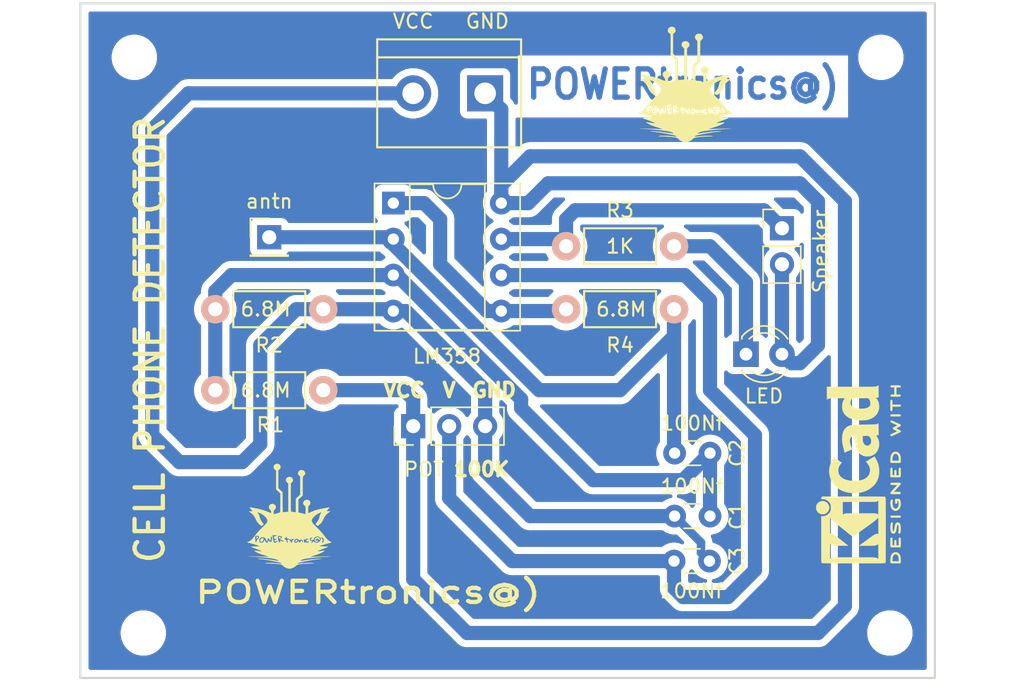
<source format=kicad_pcb>
(kicad_pcb (version 20171130) (host pcbnew "(5.1.6)-1")
  (layers (0 F.Cu signal) (31 B.Cu signal) (34 B.Paste user) (35 F.Paste user) (36 B.SilkS user) (37 F.SilkS user) (38 B.Mask user) (39 F.Mask user) (44 Edge.Cuts user))
  (net 0 "")
  (net 1 "Net-(C1-Pad1)")
  (net 2 "Net-(C1-Pad2)")
  (net 3 "Net-(C2-Pad2)")
  (net 4 "Net-(C3-Pad1)")
  (net 5 "Net-(D1-Pad1)")
  (net 6 "Net-(D1-Pad2)")
  (net 7 "Net-(LS1-Pad1)")
  (net 8 "Net-(R3-Pad1)")
  (module Symbol:KiCad-Logo2_6mm_SilkScreen (layer F.Cu) (at 195.25 120.25 90)
    (fp_text reference REF** hide)
    (fp_text value KiCad-Logo2_6mm_SilkScreen hide)
  )
  (module MountingHole:MountingHole_2.2mm_M2 (layer F.Cu) (at 196.85 90.805)
    (fp_text reference REF**)
    (fp_text value MountingHole_2.2mm_M2)
    (pad "" np_thru_hole circle (at 0 0) (size 2.2 2.2) (drill 2.2) (layers *.Cu F.Mask))
  )
  (module LOGI:L2 (layer F.Cu) (at 154.94 123.19)
    (fp_text reference G*** hide)
    (fp_text value LOGO hide)
  )
  (module LOGI:L3 (layer F.Cu) (at 182.88 92.71)
    (fp_text reference G*** hide)
    (fp_text value LOGO hide)
  )
  (module MountingHole:MountingHole_2.2mm_M2 (layer F.Cu) (at 144.78 131.445)
    (fp_text reference REF**)
    (fp_text value MountingHole_2.2mm_M2)
    (pad 1 np_thru_hole circle (at 0 0) (size 2.2 2.2) (drill 2.2) (layers *.Cu *.Mask))
  )
  (module MountingHole:MountingHole_2.2mm_M2 (layer F.Cu) (at 144.145 90.805)
    (fp_text reference REF**)
    (fp_text value MountingHole_2.2mm_M2)
    (pad 1 np_thru_hole circle (at 0 0) (size 2.2 2.2) (drill 2.2) (layers *.Cu *.Mask))
  )
  (module MountingHole:MountingHole_2.2mm_M2 (layer F.Cu) (at 197.485 131.445)
    (fp_text reference REF**)
    (fp_text value MountingHole_2.2mm_M2)
    (pad 1 np_thru_hole circle (at 0 0) (size 2.2 2.2) (drill 2.2) (layers *.Cu *.Mask))
  )
  (module Capacitors_THT:C_Disc_D3.0mm_W1.6mm_P2.50mm (layer F.Cu) (at 184.785 123.19 180)
    (fp_text reference C1 (at -1.905 0 270) (layer F.SilkS))
    (fp_text value 100Nf (at 1.25 2.11 180) (layer F.SilkS))
    (pad 1 thru_hole circle (at 0 0 180) (size 1.6 1.6) (drill 0.8) (layers *.Cu *.Mask) (net 1 "Net-(C1-Pad1)"))
    (pad 2 thru_hole circle (at 2.5 0 180) (size 1.6 1.6) (drill 0.8) (layers *.Cu *.Mask) (net 2 "Net-(C1-Pad2)"))
  )
  (module Capacitors_THT:C_Disc_D3.0mm_W1.6mm_P2.50mm (layer F.Cu) (at 184.785 118.745 180)
    (fp_text reference C2 (at -1.905 0 270) (layer F.SilkS))
    (fp_text value 100Nf (at 1.25 2.11 180) (layer F.SilkS))
    (pad 1 thru_hole circle (at 0 0 180) (size 1.6 1.6) (drill 0.8) (layers *.Cu *.Mask) (net 1 "Net-(C1-Pad1)"))
    (pad 2 thru_hole circle (at 2.5 0 180) (size 1.6 1.6) (drill 0.8) (layers *.Cu *.Mask) (net 3 "Net-(C2-Pad2)"))
  )
  (module Capacitors_THT:C_Disc_D3.0mm_W1.6mm_P2.50mm (layer F.Cu) (at 182.245 126.365)
    (fp_text reference C3 (at 4.445 0 90) (layer F.SilkS))
    (fp_text value 100Nf (at 1.25 2.11) (layer F.SilkS))
    (pad 1 thru_hole circle (at 0 0) (size 1.6 1.6) (drill 0.8) (layers *.Cu *.Mask) (net 4 "Net-(C3-Pad1)"))
    (pad 2 thru_hole circle (at 2.5 0) (size 1.6 1.6) (drill 0.8) (layers *.Cu *.Mask) (net 2 "Net-(C1-Pad2)"))
  )
  (module LEDs:LED_D3.0mm (layer F.Cu) (at 187.325 111.76)
    (fp_text reference D1 hide)
    (fp_text value LED (at 1.27 2.96) (layer F.SilkS))
    (pad 1 thru_hole rect (at 0 0) (size 1.8 1.8) (drill 0.9) (layers *.Cu *.Mask) (net 5 "Net-(D1-Pad1)"))
    (pad 2 thru_hole circle (at 2.54 0) (size 1.8 1.8) (drill 0.9) (layers *.Cu *.Mask) (net 6 "Net-(D1-Pad2)"))
  )
  (module Connect:bornier2 (layer F.Cu) (at 166.37 93.345 180)
    (fp_text reference J1 hide)
    (fp_text value "  VCC   GND" (at 0.635 5.08) (layer F.SilkS))
    (pad 1 thru_hole rect (at -2.54 0 180) (size 2.54 2.54) (drill 1.524) (layers *.Cu *.Mask) (net 6 "Net-(D1-Pad2)"))
    (pad 2 thru_hole circle (at 2.54 0 180) (size 2.54 2.54) (drill 1.524) (layers *.Cu *.Mask) (net 2 "Net-(C1-Pad2)"))
  )
  (module Pin_Headers:Pin_Header_Straight_1x02_Pitch2.54mm (layer F.Cu) (at 189.865 102.87)
    (fp_text reference LS1 hide)
    (fp_text value Speaker (at 2.7178 1.6256 90) (layer F.SilkS))
    (pad 1 thru_hole rect (at 0 0) (size 1.7 1.7) (drill 1) (layers *.Cu *.Mask) (net 7 "Net-(LS1-Pad1)"))
    (pad 2 thru_hole oval (at 0 2.54) (size 1.7 1.7) (drill 1) (layers *.Cu *.Mask) (net 6 "Net-(D1-Pad2)"))
  )
  (module Pin_Headers:Pin_Header_Straight_1x01_Pitch2.54mm (layer F.Cu) (at 153.67 103.505)
    (fp_text reference P1 hide)
    (fp_text value antn (at 0 -2.54) (layer F.SilkS))
    (pad 1 thru_hole rect (at 0 0) (size 1.7 1.7) (drill 1) (layers *.Cu *.Mask) (net 3 "Net-(C2-Pad2)"))
  )
  (module Pin_Headers:Pin_Header_Straight_1x03_Pitch2.54mm (layer F.Cu) (at 163.83 116.84 90)
    (fp_text reference P2 hide)
    (fp_text value POT (at -3.048 0.762 180) (layer F.SilkS))
    (pad 1 thru_hole rect (at 0 0 90) (size 1.7 1.7) (drill 1) (layers *.Cu *.Mask) (net 6 "Net-(D1-Pad2)"))
    (pad 2 thru_hole oval (at 0 2.54 90) (size 1.7 1.7) (drill 1) (layers *.Cu *.Mask) (net 4 "Net-(C3-Pad1)"))
    (pad 3 thru_hole oval (at 0 5.08 90) (size 1.7 1.7) (drill 1) (layers *.Cu *.Mask) (net 2 "Net-(C1-Pad2)"))
  )
  (module Resistors_ThroughHole:Resistor_Horizontal_RM7mm (layer F.Cu) (at 157.48 114.3 180)
    (fp_text reference R1 (at 3.73 -2.45 180) (layer F.SilkS))
    (fp_text value 6.8M (at 4.064 5.715 180) (layer F.SilkS))
    (pad 1 thru_hole circle (at 0 0 180) (size 1.99898 1.99898) (drill 1.00076) (layers *.Cu *.SilkS *.Mask) (net 6 "Net-(D1-Pad2)"))
    (pad 2 thru_hole circle (at 7.62 0 180) (size 1.99898 1.99898) (drill 1.00076) (layers *.Cu *.SilkS *.Mask) (net 1 "Net-(C1-Pad1)"))
  )
  (module Resistors_ThroughHole:Resistor_Horizontal_RM7mm (layer F.Cu) (at 149.86 108.585)
    (fp_text reference R2 (at 3.81 2.54) (layer F.SilkS))
    (fp_text value 6.8M (at 3.556 5.715) (layer F.SilkS))
    (pad 1 thru_hole circle (at 0 0) (size 1.99898 1.99898) (drill 1.00076) (layers *.Cu *.SilkS *.Mask) (net 1 "Net-(C1-Pad1)"))
    (pad 2 thru_hole circle (at 7.62 0) (size 1.99898 1.99898) (drill 1.00076) (layers *.Cu *.SilkS *.Mask) (net 2 "Net-(C1-Pad2)"))
  )
  (module Resistors_ThroughHole:Resistor_Horizontal_RM7mm (layer F.Cu) (at 174.625 108.585)
    (fp_text reference R3 (at 3.81 -6.985) (layer F.SilkS))
    (fp_text value 6.8M (at 3.8862 0) (layer F.SilkS))
    (pad 1 thru_hole circle (at 0 0) (size 1.99898 1.99898) (drill 1.00076) (layers *.Cu *.SilkS *.Mask) (net 8 "Net-(R3-Pad1)"))
    (pad 2 thru_hole circle (at 7.62 0) (size 1.99898 1.99898) (drill 1.00076) (layers *.Cu *.SilkS *.Mask) (net 3 "Net-(C2-Pad2)"))
  )
  (module Resistors_ThroughHole:Resistor_Horizontal_RM7mm (layer F.Cu) (at 182.245 104.14 180)
    (fp_text reference R4 (at 3.81 -6.985 180) (layer F.SilkS))
    (fp_text value 1K (at 3.81 0 180) (layer F.SilkS))
    (pad 1 thru_hole circle (at 0 0 180) (size 1.99898 1.99898) (drill 1.00076) (layers *.Cu *.SilkS *.Mask) (net 5 "Net-(D1-Pad1)"))
    (pad 2 thru_hole circle (at 7.62 0 180) (size 1.99898 1.99898) (drill 1.00076) (layers *.Cu *.SilkS *.Mask) (net 7 "Net-(LS1-Pad1)"))
  )
  (module Housings_DIP:DIP-8_W7.62mm_Socket (layer F.Cu) (at 162.430001 101.095)
    (fp_text reference U1 hide)
    (fp_text value LM358 (at 3.787599 10.8174) (layer F.SilkS))
    (pad 1 thru_hole rect (at 0 0) (size 1.6 1.6) (drill 0.8) (layers *.Cu *.Mask) (net 8 "Net-(R3-Pad1)"))
    (pad 5 thru_hole oval (at 7.62 7.62) (size 1.6 1.6) (drill 0.8) (layers *.Cu *.Mask) (net 8 "Net-(R3-Pad1)"))
    (pad 2 thru_hole oval (at 0 2.54) (size 1.6 1.6) (drill 0.8) (layers *.Cu *.Mask) (net 3 "Net-(C2-Pad2)"))
    (pad 6 thru_hole oval (at 7.62 5.08) (size 1.6 1.6) (drill 0.8) (layers *.Cu *.Mask) (net 4 "Net-(C3-Pad1)"))
    (pad 3 thru_hole oval (at 0 5.08) (size 1.6 1.6) (drill 0.8) (layers *.Cu *.Mask) (net 1 "Net-(C1-Pad1)"))
    (pad 7 thru_hole oval (at 7.62 2.54) (size 1.6 1.6) (drill 0.8) (layers *.Cu *.Mask) (net 7 "Net-(LS1-Pad1)"))
    (pad 4 thru_hole oval (at 0 7.62) (size 1.6 1.6) (drill 0.8) (layers *.Cu *.Mask) (net 2 "Net-(C1-Pad2)"))
    (pad 8 thru_hole oval (at 7.62 0) (size 1.6 1.6) (drill 0.8) (layers *.Cu *.Mask) (net 6 "Net-(D1-Pad2)"))
  )
  (gr_text "CELL PHONE DETECTOR" (at 145.25 110.75 90) (layer F.SilkS) (effects (font (size 2 1.8) (thickness 0.3))))
  (gr_text V (at 166.37 114.3) (layer F.SilkS) (effects (font (size 1 1) (thickness 0.25))))
  (gr_text GND (at 169.545 114.3) (layer F.SilkS) (effects (font (size 1 1) (thickness 0.25))))
  (gr_text VCC (at 163.195 114.3) (layer F.SilkS) (effects (font (size 1 1) (thickness 0.25))))
  (gr_text "POWERtronics@)" (at 182.88 92.71) (layer B.Cu) (effects (font (size 2 1.8) (thickness 0.375))))
  (gr_text "POWERtronics@)" (at 160.655 128.5748) (layer F.SilkS) (effects (font (size 1.5 2) (thickness 0.3))))
  (gr_text 100K (at 168.656 119.888) (layer F.SilkS) (effects (font (size 1 1) (thickness 0.25))))
  (gr_line (start 200.66 86.995) (end 140.335 86.995) (angle 90) (layer Edge.Cuts) (width 0.15))
  (gr_line (start 200.66 134.62) (end 200.66 86.995) (angle 90) (layer Edge.Cuts) (width 0.15))
  (gr_line (start 140.335 134.62) (end 200.66 134.62) (angle 90) (layer Edge.Cuts) (width 0.15))
  (gr_line (start 140.335 86.995) (end 140.335 134.62) (angle 90) (layer Edge.Cuts) (width 0.15))
  (segment (start 162.430001 106.175) (end 162.69 106.175) (width 1) (layer B.Cu) (net 1))
  (segment (start 162.69 106.175) (end 171.45 114.935) (width 1) (layer B.Cu) (net 1))
  (segment (start 182.88 120.65) (end 184.785 118.745) (width 1) (layer B.Cu) (net 1))
  (segment (start 176.53 120.65) (end 182.88 120.65) (width 1) (layer B.Cu) (net 1))
  (segment (start 171.45 115.57) (end 176.53 120.65) (width 1) (layer B.Cu) (net 1))
  (segment (start 171.45 114.935) (end 171.45 115.57) (width 1) (layer B.Cu) (net 1))
  (segment (start 184.785 123.19) (end 184.785 118.745) (width 1) (layer B.Cu) (net 1))
  (segment (start 149.86 114.3) (end 149.86 113.665) (width 1) (layer B.Cu) (net 1))
  (segment (start 149.86 114.3) (end 149.86 108.585) (width 1) (layer B.Cu) (net 1))
  (segment (start 149.86 108.585) (end 149.86 107.315) (width 1) (layer B.Cu) (net 1))
  (segment (start 151 106.175) (end 162.430001 106.175) (width 1) (layer B.Cu) (net 1))
  (segment (start 149.86 107.315) (end 151 106.175) (width 1) (layer B.Cu) (net 1))
  (segment (start 162.430001 108.715) (end 163.325 108.715) (width 1) (layer B.Cu) (net 2))
  (segment (start 168.91 114.3) (end 168.91 116.84) (width 1) (layer B.Cu) (net 2))
  (segment (start 163.325 108.715) (end 168.91 114.3) (width 1) (layer B.Cu) (net 2))
  (segment (start 168.91 116.84) (end 168.91 120.015) (width 1) (layer B.Cu) (net 2))
  (segment (start 168.91 120.015) (end 172.085 123.19) (width 1) (layer B.Cu) (net 2))
  (segment (start 172.085 123.19) (end 182.285 123.19) (width 1) (layer B.Cu) (net 2))
  (segment (start 157.48 108.585) (end 162.300001 108.585) (width 1) (layer B.Cu) (net 2))
  (segment (start 162.300001 108.585) (end 162.430001 108.715) (width 1) (layer B.Cu) (net 2))
  (segment (start 157.48 108.585) (end 155.575 108.585) (width 1) (layer B.Cu) (net 2))
  (segment (start 155.575 108.585) (end 153.035 111.125) (width 1) (layer B.Cu) (net 2))
  (segment (start 153.035 111.125) (end 153.035 118.11) (width 1) (layer B.Cu) (net 2))
  (segment (start 153.035 118.11) (end 151.765 119.38) (width 1) (layer B.Cu) (net 2))
  (segment (start 151.765 119.38) (end 147.32 119.38) (width 1) (layer B.Cu) (net 2))
  (segment (start 147.32 119.38) (end 145.415 117.475) (width 1) (layer B.Cu) (net 2))
  (segment (start 145.415 117.475) (end 145.415 95.885) (width 1) (layer B.Cu) (net 2))
  (segment (start 147.955 93.345) (end 163.83 93.345) (width 1) (layer B.Cu) (net 2))
  (segment (start 145.415 95.885) (end 147.955 93.345) (width 1) (layer B.Cu) (net 2))
  (segment (start 182.285 123.19) (end 184.15 125.055) (width 0.6) (layer B.Cu) (net 2))
  (segment (start 184.15 125.77) (end 184.745 126.365) (width 0.6) (layer B.Cu) (net 2))
  (segment (start 184.15 125.055) (end 184.15 125.77) (width 0.6) (layer B.Cu) (net 2))
  (segment (start 162.430001 103.635) (end 162.430001 104.010001) (width 1) (layer B.Cu) (net 3))
  (segment (start 162.430001 104.010001) (end 172.72 114.3) (width 1) (layer B.Cu) (net 3))
  (segment (start 182.245 110.49) (end 182.245 108.585) (width 1) (layer B.Cu) (net 3))
  (segment (start 178.435 114.3) (end 182.245 110.49) (width 1) (layer B.Cu) (net 3))
  (segment (start 172.72 114.3) (end 178.435 114.3) (width 1) (layer B.Cu) (net 3))
  (segment (start 182.245 108.585) (end 182.245 109.22) (width 1) (layer B.Cu) (net 3))
  (segment (start 182.245 108.585) (end 182.245 118.705) (width 1) (layer B.Cu) (net 3))
  (segment (start 182.245 118.705) (end 182.285 118.745) (width 1) (layer B.Cu) (net 3))
  (segment (start 153.67 103.505) (end 162.300001 103.505) (width 1) (layer B.Cu) (net 3))
  (segment (start 162.300001 103.505) (end 162.430001 103.635) (width 1) (layer B.Cu) (net 3))
  (segment (start 182.245 126.365) (end 182.245 128.27) (width 1) (layer B.Cu) (net 4))
  (segment (start 183.01 106.175) (end 170.050001 106.175) (width 1) (layer B.Cu) (net 4))
  (segment (start 184.785 107.95) (end 183.01 106.175) (width 1) (layer B.Cu) (net 4))
  (segment (start 184.785 114.3) (end 184.785 107.95) (width 1) (layer B.Cu) (net 4))
  (segment (start 187.96 117.475) (end 184.785 114.3) (width 1) (layer B.Cu) (net 4))
  (segment (start 187.96 127) (end 187.96 117.475) (width 1) (layer B.Cu) (net 4))
  (segment (start 186.055 128.905) (end 187.96 127) (width 1) (layer B.Cu) (net 4))
  (segment (start 182.88 128.905) (end 186.055 128.905) (width 1) (layer B.Cu) (net 4))
  (segment (start 182.245 128.27) (end 182.88 128.905) (width 1) (layer B.Cu) (net 4))
  (segment (start 166.37 116.84) (end 166.37 121.92) (width 1) (layer B.Cu) (net 4))
  (segment (start 170.815 126.365) (end 182.245 126.365) (width 1) (layer B.Cu) (net 4))
  (segment (start 166.37 121.92) (end 170.815 126.365) (width 1) (layer B.Cu) (net 4))
  (segment (start 182.245 104.14) (end 184.785 104.14) (width 1) (layer B.Cu) (net 5))
  (segment (start 187.325 106.68) (end 187.325 111.76) (width 1) (layer B.Cu) (net 5))
  (segment (start 184.785 104.14) (end 187.325 106.68) (width 1) (layer B.Cu) (net 5))
  (segment (start 170.050001 101.095) (end 170.050001 99.824999) (width 1) (layer B.Cu) (net 6))
  (segment (start 163.83 127.635) (end 163.83 116.84) (width 1) (layer B.Cu) (net 6))
  (segment (start 167.64 131.445) (end 163.83 127.635) (width 1) (layer B.Cu) (net 6))
  (segment (start 192.405 131.445) (end 167.64 131.445) (width 1) (layer B.Cu) (net 6))
  (segment (start 194.31 129.54) (end 192.405 131.445) (width 1) (layer B.Cu) (net 6))
  (segment (start 194.31 100.965) (end 194.31 129.54) (width 1) (layer B.Cu) (net 6))
  (segment (start 191.135 97.79) (end 194.31 100.965) (width 1) (layer B.Cu) (net 6))
  (segment (start 172.085 97.79) (end 191.135 97.79) (width 1) (layer B.Cu) (net 6))
  (segment (start 170.050001 99.824999) (end 172.085 97.79) (width 1) (layer B.Cu) (net 6))
  (segment (start 170.050001 101.095) (end 171.955 101.095) (width 1) (layer B.Cu) (net 6))
  (segment (start 191.135 112.395) (end 190.5 112.395) (width 1) (layer B.Cu) (net 6))
  (segment (start 192.405 111.125) (end 191.135 112.395) (width 1) (layer B.Cu) (net 6))
  (segment (start 192.405 100.965) (end 192.405 111.125) (width 1) (layer B.Cu) (net 6))
  (segment (start 191.135 99.695) (end 192.405 100.965) (width 1) (layer B.Cu) (net 6))
  (segment (start 173.355 99.695) (end 191.135 99.695) (width 1) (layer B.Cu) (net 6))
  (segment (start 171.955 101.095) (end 173.355 99.695) (width 1) (layer B.Cu) (net 6))
  (segment (start 190.5 112.395) (end 189.865 111.76) (width 1) (layer B.Cu) (net 6))
  (segment (start 189.865 111.76) (end 189.865 105.41) (width 1) (layer B.Cu) (net 6))
  (segment (start 157.48 114.3) (end 163.195 114.3) (width 1) (layer B.Cu) (net 6))
  (segment (start 163.195 114.3) (end 163.83 114.935) (width 1) (layer B.Cu) (net 6))
  (segment (start 163.83 114.935) (end 163.83 116.84) (width 1) (layer B.Cu) (net 6))
  (segment (start 170.050001 94.485001) (end 170.050001 101.095) (width 1) (layer B.Cu) (net 6))
  (segment (start 168.91 93.345) (end 170.050001 94.485001) (width 1) (layer B.Cu) (net 6))
  (segment (start 174.625 104.14) (end 174.625 102.235) (width 1) (layer B.Cu) (net 7))
  (segment (start 188.595 101.6) (end 189.865 102.87) (width 1) (layer B.Cu) (net 7))
  (segment (start 175.26 101.6) (end 188.595 101.6) (width 1) (layer B.Cu) (net 7))
  (segment (start 174.625 102.235) (end 175.26 101.6) (width 1) (layer B.Cu) (net 7))
  (segment (start 170.050001 103.635) (end 174.12 103.635) (width 1) (layer B.Cu) (net 7))
  (segment (start 174.12 103.635) (end 174.625 104.14) (width 1) (layer B.Cu) (net 7))
  (segment (start 170.050001 108.715) (end 169.04 108.715) (width 1) (layer B.Cu) (net 8))
  (segment (start 164.595 101.095) (end 162.430001 101.095) (width 1) (layer B.Cu) (net 8))
  (segment (start 165.735 102.235) (end 164.595 101.095) (width 1) (layer B.Cu) (net 8))
  (segment (start 165.735 105.41) (end 165.735 102.235) (width 1) (layer B.Cu) (net 8))
  (segment (start 169.04 108.715) (end 165.735 105.41) (width 1) (layer B.Cu) (net 8))
  (segment (start 170.050001 108.715) (end 174.495 108.715) (width 1) (layer B.Cu) (net 8))
  (segment (start 174.495 108.715) (end 174.625 108.585) (width 1) (layer B.Cu) (net 8))
  (zone (net 0) (net_name "") (layer B.Cu) (connect_pads (clearance 0.508)) (min_thickness 0.254) (fill yes (mode segment) (arc_segments 16) (thermal_gap 0.508) (thermal_bridge_width 0.508))
    (polygon (pts (xy 140.335 86.995) (xy 140.335 134.62) (xy 200.66 134.62) (xy 200.66 86.995)))
  )
  (zone (net 0) (net_name "") (layer B.Cu) (connect_pads (clearance 0.508)) (min_thickness 0.254) (fill yes (arc_segments 32) (thermal_gap 0.508) (thermal_bridge_width 0.508))
    (polygon (pts (xy 200.66 134.62) (xy 140.335 134.62) (xy 140.335 86.995) (xy 200.66 86.995)))
  )
  (zone (net 0) (net_name "") (layer B.Cu) (connect_pads (clearance 0.508)) (min_thickness 0.254) (fill yes (arc_segments 32) (thermal_gap 0.508) (thermal_bridge_width 0.508))
    (polygon (pts (xy 200.66 134.62) (xy 140.335 134.62) (xy 140.335 86.995) (xy 200.66 86.995)))
  )
)
</source>
